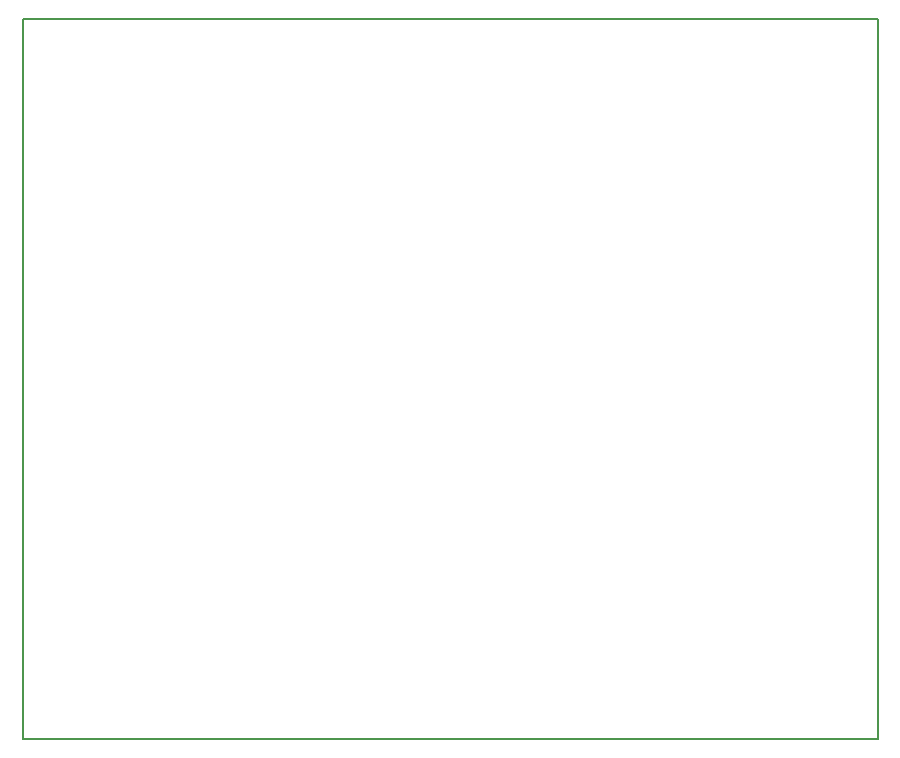
<source format=gbr>
%TF.GenerationSoftware,KiCad,Pcbnew,(6.0.1)*%
%TF.CreationDate,2022-05-14T12:38:18+08:00*%
%TF.ProjectId,SDISK2_ESP,53444953-4b32-45f4-9553-502e6b696361,rev?*%
%TF.SameCoordinates,Original*%
%TF.FileFunction,Profile,NP*%
%FSLAX46Y46*%
G04 Gerber Fmt 4.6, Leading zero omitted, Abs format (unit mm)*
G04 Created by KiCad (PCBNEW (6.0.1)) date 2022-05-14 12:38:18*
%MOMM*%
%LPD*%
G01*
G04 APERTURE LIST*
%TA.AperFunction,Profile*%
%ADD10C,0.200000*%
%TD*%
G04 APERTURE END LIST*
D10*
X93987379Y-72405158D02*
X166377379Y-72405158D01*
X166377379Y-72405158D02*
X166377379Y-133365158D01*
X166377379Y-133365158D02*
X93987379Y-133365158D01*
X93987379Y-133365158D02*
X93987379Y-72405158D01*
M02*

</source>
